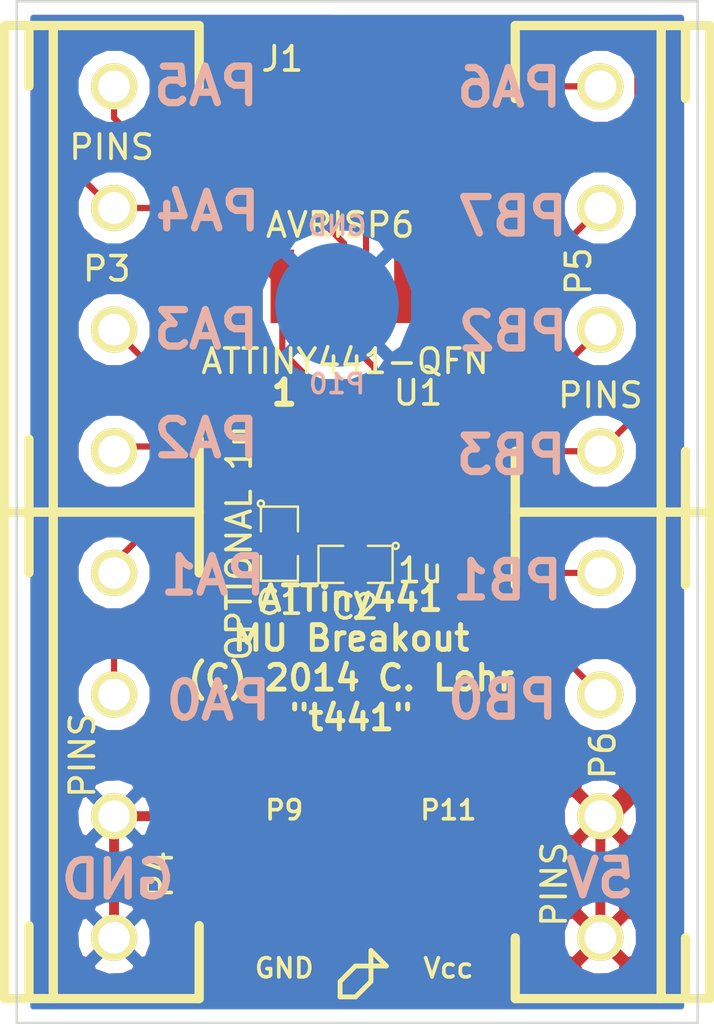
<source format=kicad_pcb>
(kicad_pcb (version 3) (host pcbnew "(2013-jul-07)-stable")

  (general
    (links 30)
    (no_connects 0)
    (area 60.068199 33.949999 89.931801 76.050001)
    (thickness 1.6)
    (drawings 33)
    (tracks 118)
    (zones 0)
    (modules 11)
    (nets 15)
  )

  (page User 139.7 127)
  (layers
    (15 F.Cu signal)
    (0 B.Cu signal)
    (16 B.Adhes user)
    (17 F.Adhes user)
    (18 B.Paste user)
    (19 F.Paste user)
    (20 B.SilkS user)
    (21 F.SilkS user)
    (22 B.Mask user)
    (23 F.Mask user)
    (24 Dwgs.User user)
    (25 Cmts.User user)
    (26 Eco1.User user)
    (27 Eco2.User user)
    (28 Edge.Cuts user)
  )

  (setup
    (last_trace_width 0.254)
    (trace_clearance 0.2413)
    (zone_clearance 0.508)
    (zone_45_only no)
    (trace_min 0.254)
    (segment_width 0.2)
    (edge_width 0.1)
    (via_size 0.889)
    (via_drill 0.635)
    (via_min_size 0.889)
    (via_min_drill 0.508)
    (uvia_size 0.508)
    (uvia_drill 0.127)
    (uvias_allowed no)
    (uvia_min_size 0.508)
    (uvia_min_drill 0.127)
    (pcb_text_width 0.3)
    (pcb_text_size 1.5 1.5)
    (mod_edge_width 0.15)
    (mod_text_size 1 1)
    (mod_text_width 0.15)
    (pad_size 1.5 1.5)
    (pad_drill 0.6)
    (pad_to_mask_clearance 0)
    (aux_axis_origin 0 0)
    (visible_elements FFFFFFBF)
    (pcbplotparams
      (layerselection 284196865)
      (usegerberextensions true)
      (excludeedgelayer true)
      (linewidth 0.150000)
      (plotframeref false)
      (viasonmask false)
      (mode 1)
      (useauxorigin false)
      (hpglpennumber 1)
      (hpglpenspeed 20)
      (hpglpendiameter 15)
      (hpglpenoverlay 2)
      (psnegative false)
      (psa4output false)
      (plotreference true)
      (plotvalue true)
      (plotothertext true)
      (plotinvisibletext false)
      (padsonsilk false)
      (subtractmaskfromsilk false)
      (outputformat 1)
      (mirror false)
      (drillshape 0)
      (scaleselection 1)
      (outputdirectory t441-gerbers))
  )

  (net 0 "")
  (net 1 +5V)
  (net 2 GND)
  (net 3 MISO)
  (net 4 MOSI)
  (net 5 N-000001)
  (net 6 N-0000010)
  (net 7 N-000002)
  (net 8 N-000003)
  (net 9 N-000004)
  (net 10 N-000007)
  (net 11 N-000008)
  (net 12 N-000009)
  (net 13 RST)
  (net 14 SCK)

  (net_class Default "This is the default net class."
    (clearance 0.2413)
    (trace_width 0.254)
    (via_dia 0.889)
    (via_drill 0.635)
    (uvia_dia 0.508)
    (uvia_drill 0.127)
    (add_net "")
    (add_net MISO)
    (add_net MOSI)
    (add_net N-000001)
    (add_net N-0000010)
    (add_net N-000002)
    (add_net N-000003)
    (add_net N-000004)
    (add_net N-000007)
    (add_net N-000008)
    (add_net N-000009)
    (add_net RST)
    (add_net SCK)
  )

  (net_class POWER ""
    (clearance 0.2413)
    (trace_width 0.4064)
    (via_dia 0.889)
    (via_drill 0.635)
    (uvia_dia 0.508)
    (uvia_drill 0.127)
    (add_net +5V)
    (add_net GND)
  )

  (module SM0805 (layer F.Cu) (tedit 54D25A1A) (tstamp 54D25809)
    (at 74.93 57.15 180)
    (path /54D25909)
    (attr smd)
    (fp_text reference C2 (at 0.03 -1.75 180) (layer F.SilkS)
      (effects (font (size 1 1) (thickness 0.15)))
    )
    (fp_text value 1u (at -2.67 -0.25 180) (layer F.SilkS)
      (effects (font (size 1 1) (thickness 0.15)))
    )
    (fp_circle (center -1.651 0.762) (end -1.651 0.635) (layer F.SilkS) (width 0.09906))
    (fp_line (start -0.508 0.762) (end -1.524 0.762) (layer F.SilkS) (width 0.09906))
    (fp_line (start -1.524 0.762) (end -1.524 -0.762) (layer F.SilkS) (width 0.09906))
    (fp_line (start -1.524 -0.762) (end -0.508 -0.762) (layer F.SilkS) (width 0.09906))
    (fp_line (start 0.508 -0.762) (end 1.524 -0.762) (layer F.SilkS) (width 0.09906))
    (fp_line (start 1.524 -0.762) (end 1.524 0.762) (layer F.SilkS) (width 0.09906))
    (fp_line (start 1.524 0.762) (end 0.508 0.762) (layer F.SilkS) (width 0.09906))
    (pad 1 smd rect (at -0.9525 0 180) (size 0.889 1.397)
      (layers F.Cu F.Paste F.Mask)
      (net 1 +5V)
    )
    (pad 2 smd rect (at 0.9525 0 180) (size 0.889 1.397)
      (layers F.Cu F.Paste F.Mask)
      (net 2 GND)
    )
    (model smd/chip_cms.wrl
      (at (xyz 0 0 0))
      (scale (xyz 0.1 0.1 0.1))
      (rotate (xyz 0 0 0))
    )
  )

  (module SM0805 (layer F.Cu) (tedit 54D25E13) (tstamp 54D25816)
    (at 71.8 56.3 270)
    (path /54D25A4E)
    (attr smd)
    (fp_text reference C1 (at 2.4 0 360) (layer F.SilkS)
      (effects (font (size 1 1) (thickness 0.15)))
    )
    (fp_text value "OPTIONAL 1u" (at -0.0263 1.6579 270) (layer F.SilkS)
      (effects (font (size 1 1) (thickness 0.15)))
    )
    (fp_circle (center -1.651 0.762) (end -1.651 0.635) (layer F.SilkS) (width 0.09906))
    (fp_line (start -0.508 0.762) (end -1.524 0.762) (layer F.SilkS) (width 0.09906))
    (fp_line (start -1.524 0.762) (end -1.524 -0.762) (layer F.SilkS) (width 0.09906))
    (fp_line (start -1.524 -0.762) (end -0.508 -0.762) (layer F.SilkS) (width 0.09906))
    (fp_line (start 0.508 -0.762) (end 1.524 -0.762) (layer F.SilkS) (width 0.09906))
    (fp_line (start 1.524 -0.762) (end 1.524 0.762) (layer F.SilkS) (width 0.09906))
    (fp_line (start 1.524 0.762) (end 0.508 0.762) (layer F.SilkS) (width 0.09906))
    (pad 1 smd rect (at -0.9525 0 270) (size 0.889 1.397)
      (layers F.Cu F.Paste F.Mask)
      (net 10 N-000007)
    )
    (pad 2 smd rect (at 0.9525 0 270) (size 0.889 1.397)
      (layers F.Cu F.Paste F.Mask)
      (net 2 GND)
    )
    (model smd/chip_cms.wrl
      (at (xyz 0 0 0))
      (scale (xyz 0.1 0.1 0.1))
      (rotate (xyz 0 0 0))
    )
  )

  (module RIBBON6SMT (layer F.Cu) (tedit 54D259FF) (tstamp 54D25820)
    (at 71.9201 40.1828)
    (path /54D258DD)
    (fp_text reference J1 (at 0 -3.81) (layer F.SilkS)
      (effects (font (size 1 1) (thickness 0.15)))
    )
    (fp_text value AVRISP6 (at 2.3799 3.0172) (layer F.SilkS)
      (effects (font (size 1 1) (thickness 0.15)))
    )
    (pad 2 smd rect (at 0 0) (size 0.9652 3.0226)
      (layers F.Cu F.Paste F.Mask)
      (net 1 +5V)
    )
    (pad 4 smd rect (at 2.54 0) (size 0.9652 3.0226)
      (layers F.Cu F.Paste F.Mask)
      (net 4 MOSI)
    )
    (pad 6 smd rect (at 5.08 0) (size 0.9652 3.0226)
      (layers F.Cu F.Paste F.Mask)
      (net 2 GND)
    )
    (pad 1 smd rect (at 0 5.5372) (size 0.9652 3.0226)
      (layers F.Cu F.Paste F.Mask)
      (net 3 MISO)
    )
    (pad 3 smd rect (at 2.54 5.5372) (size 0.9652 3.0226)
      (layers F.Cu F.Paste F.Mask)
      (net 14 SCK)
    )
    (pad 5 smd rect (at 5.08 5.5372) (size 0.9652 3.0226)
      (layers F.Cu F.Paste F.Mask)
      (net 13 RST)
    )
  )

  (module QFN20 (layer F.Cu) (tedit 54D25A42) (tstamp 54D25839)
    (at 74.71156 52.30368)
    (path /54D2587C)
    (fp_text reference U1 (at 2.78844 -2.20368) (layer F.SilkS)
      (effects (font (size 1 1) (thickness 0.15)))
    )
    (fp_text value ATTINY441-QFN (at -0.21156 -3.50368) (layer F.SilkS)
      (effects (font (size 1 1) (thickness 0.15)))
    )
    (pad 21 smd rect (at 0 0) (size 2.75 2.75)
      (layers F.Cu F.Paste F.Mask)
      (net 2 GND)
    )
    (pad 1 smd rect (at -2.1 -1) (size 0.9 0.25)
      (layers F.Cu F.Paste F.Mask)
      (net 14 SCK)
    )
    (pad 2 smd rect (at -2.1 -0.5) (size 0.9 0.25)
      (layers F.Cu F.Paste F.Mask)
      (net 6 N-0000010)
    )
    (pad 3 smd rect (at -2.1 0) (size 0.9 0.25)
      (layers F.Cu F.Paste F.Mask)
      (net 12 N-000009)
    )
    (pad 4 smd rect (at -2.1 0.5) (size 0.9 0.25)
      (layers F.Cu F.Paste F.Mask)
      (net 11 N-000008)
    )
    (pad 5 smd rect (at -2.1 1) (size 0.9 0.25)
      (layers F.Cu F.Paste F.Mask)
      (net 10 N-000007)
    )
    (pad 6 smd rect (at -1 2.1 90) (size 0.9 0.25)
      (layers F.Cu F.Paste F.Mask)
    )
    (pad 7 smd rect (at -0.5 2.1 90) (size 0.9 0.25)
      (layers F.Cu F.Paste F.Mask)
    )
    (pad 8 smd rect (at 0 2.1 90) (size 0.9 0.25)
      (layers F.Cu F.Paste F.Mask)
      (net 2 GND)
    )
    (pad 9 smd rect (at 0.5 2.1 90) (size 0.9 0.25)
      (layers F.Cu F.Paste F.Mask)
      (net 1 +5V)
    )
    (pad 10 smd rect (at 1 2.1 90) (size 0.9 0.25)
      (layers F.Cu F.Paste F.Mask)
    )
    (pad 11 smd rect (at 2.1 1 180) (size 0.9 0.25)
      (layers F.Cu F.Paste F.Mask)
      (net 7 N-000002)
    )
    (pad 12 smd rect (at 2.1 0.5 180) (size 0.9 0.25)
      (layers F.Cu F.Paste F.Mask)
      (net 8 N-000003)
    )
    (pad 13 smd rect (at 2.1 0 180) (size 0.9 0.25)
      (layers F.Cu F.Paste F.Mask)
      (net 13 RST)
    )
    (pad 14 smd rect (at 2.1 -0.5 180) (size 0.9 0.25)
      (layers F.Cu F.Paste F.Mask)
      (net 5 N-000001)
    )
    (pad 15 smd rect (at 2.1 -1 180) (size 0.9 0.25)
      (layers F.Cu F.Paste F.Mask)
      (net 9 N-000004)
    )
    (pad 16 smd rect (at 1 -2.1 270) (size 0.9 0.25)
      (layers F.Cu F.Paste F.Mask)
      (net 4 MOSI)
    )
    (pad 17 smd rect (at 0.5 -2.1 270) (size 0.9 0.25)
      (layers F.Cu F.Paste F.Mask)
    )
    (pad 18 smd rect (at 0 -2.1 270) (size 0.9 0.25)
      (layers F.Cu F.Paste F.Mask)
    )
    (pad 19 smd rect (at -0.5 -2.1 270) (size 0.9 0.25)
      (layers F.Cu F.Paste F.Mask)
    )
    (pad 20 smd rect (at -1 -2.1 270) (size 0.9 0.25)
      (layers F.Cu F.Paste F.Mask)
      (net 3 MISO)
    )
  )

  (module PHOENIX1935187 (layer F.Cu) (tedit 54D25A28) (tstamp 54D25849)
    (at 65 45 270)
    (path /54D258B3)
    (fp_text reference P3 (at 0 0.3 360) (layer F.SilkS)
      (effects (font (size 1 1) (thickness 0.15)))
    )
    (fp_text value PINS (at -5 0.1 360) (layer F.SilkS)
      (effects (font (size 1 1) (thickness 0.15)))
    )
    (fp_line (start -10 -3.5) (end -10 4.5) (layer F.SilkS) (width 0.381))
    (fp_line (start 10 -3.5) (end 10 4.5) (layer F.SilkS) (width 0.381))
    (fp_line (start 10 4.5) (end -10 4.5) (layer F.SilkS) (width 0.381))
    (fp_line (start -10 2.5) (end 10 2.5) (layer F.SilkS) (width 0.381))
    (fp_line (start 7 -3.5) (end 10 -3.5) (layer F.SilkS) (width 0.381))
    (fp_line (start 10 3.5) (end 7 3.5) (layer F.SilkS) (width 0.381))
    (fp_line (start -7.5 -3.5) (end -10 -3.5) (layer F.SilkS) (width 0.381))
    (fp_line (start -10 3.5) (end -7.5 3.5) (layer F.SilkS) (width 0.381))
    (pad 1 thru_hole circle (at -7.5 0 270) (size 1.9 1.9) (drill 1.3)
      (layers *.Cu *.Mask F.SilkS)
      (net 3 MISO)
    )
    (pad 2 thru_hole circle (at -2.5 0 270) (size 1.9 1.9) (drill 1.3)
      (layers *.Cu *.Mask F.SilkS)
      (net 14 SCK)
    )
    (pad 3 thru_hole circle (at 2.5 0 270) (size 1.9 1.9) (drill 1.3)
      (layers *.Cu *.Mask F.SilkS)
      (net 6 N-0000010)
    )
    (pad 4 thru_hole circle (at 7.5 0 270) (size 1.9 1.9) (drill 1.3)
      (layers *.Cu *.Mask F.SilkS)
      (net 12 N-000009)
    )
  )

  (module PHOENIX1935187 (layer F.Cu) (tedit 54D25A22) (tstamp 54D25859)
    (at 65 65 270)
    (path /54D259B3)
    (fp_text reference P4 (at 4.9 -1.9 270) (layer F.SilkS)
      (effects (font (size 1 1) (thickness 0.15)))
    )
    (fp_text value PINS (at 0 1.3 270) (layer F.SilkS)
      (effects (font (size 1 1) (thickness 0.15)))
    )
    (fp_line (start -10 -3.5) (end -10 4.5) (layer F.SilkS) (width 0.381))
    (fp_line (start 10 -3.5) (end 10 4.5) (layer F.SilkS) (width 0.381))
    (fp_line (start 10 4.5) (end -10 4.5) (layer F.SilkS) (width 0.381))
    (fp_line (start -10 2.5) (end 10 2.5) (layer F.SilkS) (width 0.381))
    (fp_line (start 7 -3.5) (end 10 -3.5) (layer F.SilkS) (width 0.381))
    (fp_line (start 10 3.5) (end 7 3.5) (layer F.SilkS) (width 0.381))
    (fp_line (start -7.5 -3.5) (end -10 -3.5) (layer F.SilkS) (width 0.381))
    (fp_line (start -10 3.5) (end -7.5 3.5) (layer F.SilkS) (width 0.381))
    (pad 1 thru_hole circle (at -7.5 0 270) (size 1.9 1.9) (drill 1.3)
      (layers *.Cu *.Mask F.SilkS)
      (net 11 N-000008)
    )
    (pad 2 thru_hole circle (at -2.5 0 270) (size 1.9 1.9) (drill 1.3)
      (layers *.Cu *.Mask F.SilkS)
      (net 10 N-000007)
    )
    (pad 3 thru_hole circle (at 2.5 0 270) (size 1.9 1.9) (drill 1.3)
      (layers *.Cu *.Mask F.SilkS)
      (net 2 GND)
    )
    (pad 4 thru_hole circle (at 7.5 0 270) (size 1.9 1.9) (drill 1.3)
      (layers *.Cu *.Mask F.SilkS)
      (net 2 GND)
    )
  )

  (module PHOENIX1935187 (layer F.Cu) (tedit 54D25A2D) (tstamp 54D25869)
    (at 85 45 90)
    (path /54D259C3)
    (fp_text reference P5 (at -0.1 -0.9 90) (layer F.SilkS)
      (effects (font (size 1 1) (thickness 0.15)))
    )
    (fp_text value PINS (at -5.2 0 180) (layer F.SilkS)
      (effects (font (size 1 1) (thickness 0.15)))
    )
    (fp_line (start -10 -3.5) (end -10 4.5) (layer F.SilkS) (width 0.381))
    (fp_line (start 10 -3.5) (end 10 4.5) (layer F.SilkS) (width 0.381))
    (fp_line (start 10 4.5) (end -10 4.5) (layer F.SilkS) (width 0.381))
    (fp_line (start -10 2.5) (end 10 2.5) (layer F.SilkS) (width 0.381))
    (fp_line (start 7 -3.5) (end 10 -3.5) (layer F.SilkS) (width 0.381))
    (fp_line (start 10 3.5) (end 7 3.5) (layer F.SilkS) (width 0.381))
    (fp_line (start -7.5 -3.5) (end -10 -3.5) (layer F.SilkS) (width 0.381))
    (fp_line (start -10 3.5) (end -7.5 3.5) (layer F.SilkS) (width 0.381))
    (pad 1 thru_hole circle (at -7.5 0 90) (size 1.9 1.9) (drill 1.3)
      (layers *.Cu *.Mask F.SilkS)
      (net 13 RST)
    )
    (pad 2 thru_hole circle (at -2.5 0 90) (size 1.9 1.9) (drill 1.3)
      (layers *.Cu *.Mask F.SilkS)
      (net 5 N-000001)
    )
    (pad 3 thru_hole circle (at 2.5 0 90) (size 1.9 1.9) (drill 1.3)
      (layers *.Cu *.Mask F.SilkS)
      (net 9 N-000004)
    )
    (pad 4 thru_hole circle (at 7.5 0 90) (size 1.9 1.9) (drill 1.3)
      (layers *.Cu *.Mask F.SilkS)
      (net 4 MOSI)
    )
  )

  (module PHOENIX1935187 (layer F.Cu) (tedit 54D25A20) (tstamp 54D25879)
    (at 85 65 90)
    (path /54D259D3)
    (fp_text reference P6 (at 0 0.1 90) (layer F.SilkS)
      (effects (font (size 1 1) (thickness 0.15)))
    )
    (fp_text value PINS (at -5.3 -1.9 90) (layer F.SilkS)
      (effects (font (size 1 1) (thickness 0.15)))
    )
    (fp_line (start -10 -3.5) (end -10 4.5) (layer F.SilkS) (width 0.381))
    (fp_line (start 10 -3.5) (end 10 4.5) (layer F.SilkS) (width 0.381))
    (fp_line (start 10 4.5) (end -10 4.5) (layer F.SilkS) (width 0.381))
    (fp_line (start -10 2.5) (end 10 2.5) (layer F.SilkS) (width 0.381))
    (fp_line (start 7 -3.5) (end 10 -3.5) (layer F.SilkS) (width 0.381))
    (fp_line (start 10 3.5) (end 7 3.5) (layer F.SilkS) (width 0.381))
    (fp_line (start -7.5 -3.5) (end -10 -3.5) (layer F.SilkS) (width 0.381))
    (fp_line (start -10 3.5) (end -7.5 3.5) (layer F.SilkS) (width 0.381))
    (pad 1 thru_hole circle (at -7.5 0 90) (size 1.9 1.9) (drill 1.3)
      (layers *.Cu *.Mask F.SilkS)
      (net 1 +5V)
    )
    (pad 2 thru_hole circle (at -2.5 0 90) (size 1.9 1.9) (drill 1.3)
      (layers *.Cu *.Mask F.SilkS)
      (net 1 +5V)
    )
    (pad 3 thru_hole circle (at 2.5 0 90) (size 1.9 1.9) (drill 1.3)
      (layers *.Cu *.Mask F.SilkS)
      (net 7 N-000002)
    )
    (pad 4 thru_hole circle (at 7.5 0 90) (size 1.9 1.9) (drill 1.3)
      (layers *.Cu *.Mask F.SilkS)
      (net 8 N-000003)
    )
  )

  (module .2SMTPIN (layer F.Cu) (tedit 5318FD27) (tstamp 54D25D54)
    (at 78.75 70.5)
    (path /54D2611E)
    (fp_text reference P11 (at 0 -3.25) (layer F.SilkS)
      (effects (font (size 0.7874 0.7874) (thickness 0.15)))
    )
    (fp_text value Vcc (at 0 3.25) (layer F.SilkS)
      (effects (font (size 0.7874 0.7874) (thickness 0.15)))
    )
    (pad 1 smd circle (at 0 0) (size 5.08 5.08)
      (layers F.Cu F.Paste F.Mask)
      (net 1 +5V)
    )
  )

  (module .2SMTPIN (layer F.Cu) (tedit 5318FD27) (tstamp 54D25DAC)
    (at 72 70.5)
    (path /54D2618F)
    (fp_text reference P9 (at 0 -3.25) (layer F.SilkS)
      (effects (font (size 0.7874 0.7874) (thickness 0.15)))
    )
    (fp_text value GND (at 0 3.25) (layer F.SilkS)
      (effects (font (size 0.7874 0.7874) (thickness 0.15)))
    )
    (pad 1 smd circle (at 0 0) (size 5.08 5.08)
      (layers F.Cu F.Paste F.Mask)
      (net 2 GND)
    )
  )

  (module .2SMTPIN (layer B.Cu) (tedit 5318FD27) (tstamp 54D25DA6)
    (at 74.168 46.482)
    (path /54D26195)
    (fp_text reference P10 (at 0 3.25) (layer B.SilkS)
      (effects (font (size 0.7874 0.7874) (thickness 0.15)) (justify mirror))
    )
    (fp_text value GND (at 0 -3.25) (layer B.SilkS)
      (effects (font (size 0.7874 0.7874) (thickness 0.15)) (justify mirror))
    )
    (pad 1 smd circle (at 0 0) (size 5.08 5.08)
      (layers B.Cu B.Paste B.Mask)
      (net 2 GND)
    )
  )

  (gr_text "ATTiny441\nMU Breakout\n(C) 2014 C. Lohr\n\"t441\"" (at 74.75 61) (layer F.SilkS)
    (effects (font (size 1.016 1.016) (thickness 0.2032)))
  )
  (gr_line (start 74.93 74.93) (end 74.295 74.93) (angle 90) (layer F.SilkS) (width 0.2))
  (gr_line (start 75.565 74.295) (end 74.93 74.93) (angle 90) (layer F.SilkS) (width 0.2))
  (gr_line (start 75.565 73.66) (end 75.565 74.295) (angle 90) (layer F.SilkS) (width 0.2))
  (gr_line (start 75.565 73.025) (end 75.565 73.66) (angle 90) (layer F.SilkS) (width 0.2))
  (gr_line (start 76.2 73.66) (end 75.565 73.025) (angle 90) (layer F.SilkS) (width 0.2))
  (gr_line (start 75.565 73.66) (end 76.2 73.66) (angle 90) (layer F.SilkS) (width 0.2))
  (gr_line (start 75.565 73.025) (end 75.565 73.66) (angle 90) (layer F.SilkS) (width 0.2))
  (gr_line (start 75.565 73.66) (end 75.565 73.025) (angle 90) (layer F.SilkS) (width 0.2))
  (gr_line (start 74.93 73.66) (end 75.565 73.66) (angle 90) (layer F.SilkS) (width 0.2))
  (gr_line (start 74.295 74.295) (end 74.93 73.66) (angle 90) (layer F.SilkS) (width 0.2))
  (gr_line (start 74.295 74.93) (end 74.295 74.295) (angle 90) (layer F.SilkS) (width 0.2))
  (gr_text PA6 (at 81.24952 37.55136) (layer B.SilkS)
    (effects (font (size 1.5 1.5) (thickness 0.3)) (justify mirror))
  )
  (gr_text PB7 (at 81.3816 42.8498) (layer B.SilkS)
    (effects (font (size 1.5 1.5) (thickness 0.3)) (justify mirror))
  )
  (gr_text PB2 (at 81.407 47.5742) (layer B.SilkS)
    (effects (font (size 1.5 1.5) (thickness 0.3)) (justify mirror))
  )
  (gr_text PB3 (at 81.3308 52.6542) (layer B.SilkS)
    (effects (font (size 1.5 1.5) (thickness 0.3)) (justify mirror))
  )
  (gr_text PB1 (at 81.1784 57.8104) (layer B.SilkS)
    (effects (font (size 1.5 1.5) (thickness 0.3)) (justify mirror))
  )
  (gr_text PB0 (at 80.9752 62.7126) (layer B.SilkS)
    (effects (font (size 1.5 1.5) (thickness 0.3)) (justify mirror))
  )
  (gr_text 5V (at 84.9884 70.0532) (layer B.SilkS)
    (effects (font (size 1.5 1.5) (thickness 0.3)) (justify mirror))
  )
  (gr_text GND (at 65.151 70.104) (layer B.SilkS)
    (effects (font (size 1.5 1.5) (thickness 0.3)) (justify mirror))
  )
  (gr_text PA0 (at 69.2912 62.75324) (layer B.SilkS)
    (effects (font (size 1.5 1.5) (thickness 0.3)) (justify mirror))
  )
  (gr_text PA1 (at 69.06768 57.61228) (layer B.SilkS)
    (effects (font (size 1.5 1.5) (thickness 0.3)) (justify mirror))
  )
  (gr_text PA2 (at 68.78828 51.9684) (layer B.SilkS)
    (effects (font (size 1.5 1.5) (thickness 0.3)) (justify mirror))
  )
  (gr_text PA3 (at 68.78828 47.498) (layer B.SilkS)
    (effects (font (size 1.5 1.5) (thickness 0.3)) (justify mirror))
  )
  (gr_text PA4 (at 68.84416 42.63644) (layer B.SilkS)
    (effects (font (size 1.5 1.5) (thickness 0.3)) (justify mirror))
  )
  (gr_text PA5 (at 68.7832 37.4904) (layer B.SilkS)
    (effects (font (size 1.5 1.5) (thickness 0.3)) (justify mirror))
  )
  (gr_line (start 61 76) (end 61 75) (angle 90) (layer Edge.Cuts) (width 0.1))
  (gr_line (start 89 76) (end 61 76) (angle 90) (layer Edge.Cuts) (width 0.1))
  (gr_line (start 89 34) (end 89 76) (angle 90) (layer Edge.Cuts) (width 0.1))
  (gr_line (start 61 34) (end 89 34) (angle 90) (layer Edge.Cuts) (width 0.1))
  (gr_line (start 61 75) (end 61 34) (angle 90) (layer Edge.Cuts) (width 0.1))
  (gr_text 1 (at 72 50.1) (layer F.SilkS)
    (effects (font (size 1 1) (thickness 0.25)))
  )
  (gr_text 1 (at 72 50.1) (layer F.Cu)
    (effects (font (size 1 1) (thickness 0.25)))
  )

  (segment (start 78.62316 70.46468) (end 82.96468 70.46468) (width 0.4064) (layer F.Cu) (net 1))
  (segment (start 82.96468 70.46468) (end 85 72.5) (width 0.4064) (layer F.Cu) (net 1) (tstamp 54D25DDC))
  (segment (start 87.8 37) (end 87.8 36.4) (width 0.4064) (layer F.Cu) (net 1))
  (segment (start 85.6 67.5) (end 87.8 65.3) (width 0.4064) (layer F.Cu) (net 1) (tstamp 54D25AD3))
  (segment (start 87.8 65.3) (end 87.8 37) (width 0.4064) (layer F.Cu) (net 1) (tstamp 54D25AD4))
  (segment (start 85 67.5) (end 85.6 67.5) (width 0.4064) (layer F.Cu) (net 1))
  (segment (start 72 40.1029) (end 71.9201 40.1828) (width 0.4064) (layer F.Cu) (net 1) (tstamp 54D25B01))
  (segment (start 72 37.8) (end 72 40.1029) (width 0.4064) (layer F.Cu) (net 1) (tstamp 54D25B00))
  (segment (start 74.9 34.9) (end 72 37.8) (width 0.4064) (layer F.Cu) (net 1) (tstamp 54D25AFE))
  (segment (start 86.3 34.9) (end 74.9 34.9) (width 0.4064) (layer F.Cu) (net 1) (tstamp 54D25AFC))
  (segment (start 87.8 36.4) (end 86.3 34.9) (width 0.4064) (layer F.Cu) (net 1) (tstamp 54D25AFB))
  (segment (start 85 67.5) (end 85 72.5) (width 0.4064) (layer F.Cu) (net 1))
  (segment (start 75.8825 57.15) (end 75.8825 58.3825) (width 0.4064) (layer F.Cu) (net 1))
  (segment (start 75.8825 58.3825) (end 85 67.5) (width 0.4064) (layer F.Cu) (net 1) (tstamp 54D25A9D))
  (segment (start 75.21156 54.40368) (end 75.21156 55.47576) (width 0.254) (layer F.Cu) (net 1))
  (segment (start 75.8825 56.1467) (end 75.8825 57.15) (width 0.4064) (layer F.Cu) (net 1) (tstamp 54D259A8))
  (segment (start 75.21156 55.47576) (end 75.8825 56.1467) (width 0.254) (layer F.Cu) (net 1) (tstamp 54D259A7))
  (segment (start 71.755 70.358) (end 71.1962 70.358) (width 0.4064) (layer F.Cu) (net 2))
  (segment (start 71.1962 70.358) (end 68.3382 67.5) (width 0.4064) (layer F.Cu) (net 2) (tstamp 54D25DD7))
  (segment (start 74.71156 54.40368) (end 74.71156 52.30368) (width 0.254) (layer F.Cu) (net 2))
  (segment (start 77.0001 40.1828) (end 82.6172 40.1828) (width 0.4064) (layer F.Cu) (net 2))
  (segment (start 62.6 65.1) (end 65 67.5) (width 0.4064) (layer F.Cu) (net 2) (tstamp 54D25AF7))
  (segment (start 62.6 35.6) (end 62.6 65.1) (width 0.4064) (layer F.Cu) (net 2) (tstamp 54D25AF6))
  (segment (start 63.3 34.9) (end 62.6 35.6) (width 0.4064) (layer F.Cu) (net 2) (tstamp 54D25AF5))
  (segment (start 67.1 34.9) (end 63.3 34.9) (width 0.4064) (layer F.Cu) (net 2) (tstamp 54D25AF3))
  (segment (start 68.5 36.3) (end 67.1 34.9) (width 0.4064) (layer F.Cu) (net 2) (tstamp 54D25AF1))
  (segment (start 68.5 39.4) (end 68.5 36.3) (width 0.4064) (layer F.Cu) (net 2) (tstamp 54D25AEF))
  (segment (start 71.6 42.5) (end 68.5 39.4) (width 0.4064) (layer F.Cu) (net 2) (tstamp 54D25AEE))
  (segment (start 72.7 42.5) (end 71.6 42.5) (width 0.4064) (layer F.Cu) (net 2) (tstamp 54D25AED))
  (segment (start 73.3 41.9) (end 72.7 42.5) (width 0.4064) (layer F.Cu) (net 2) (tstamp 54D25AEC))
  (segment (start 73.3 37.7) (end 73.3 41.9) (width 0.4064) (layer F.Cu) (net 2) (tstamp 54D25AEA))
  (segment (start 75.3 35.7) (end 73.3 37.7) (width 0.4064) (layer F.Cu) (net 2) (tstamp 54D25AE8))
  (segment (start 85.9 35.7) (end 75.3 35.7) (width 0.4064) (layer F.Cu) (net 2) (tstamp 54D25AE7))
  (segment (start 86.6 36.4) (end 85.9 35.7) (width 0.4064) (layer F.Cu) (net 2) (tstamp 54D25AE6))
  (segment (start 86.6 38.9) (end 86.6 36.4) (width 0.4064) (layer F.Cu) (net 2) (tstamp 54D25AE5))
  (segment (start 86.2 39.3) (end 86.6 38.9) (width 0.4064) (layer F.Cu) (net 2) (tstamp 54D25AE4))
  (segment (start 83.5 39.3) (end 86.2 39.3) (width 0.4064) (layer F.Cu) (net 2) (tstamp 54D25AE3))
  (segment (start 82.6172 40.1828) (end 83.5 39.3) (width 0.4064) (layer F.Cu) (net 2) (tstamp 54D25AE2))
  (segment (start 65 67.5) (end 65 72.5) (width 0.4064) (layer F.Cu) (net 2))
  (segment (start 71.8 57.2525) (end 71.8 64.1) (width 0.4064) (layer F.Cu) (net 2))
  (segment (start 68.4 67.5) (end 68.3382 67.5) (width 0.4064) (layer F.Cu) (net 2) (tstamp 54D25AA8))
  (segment (start 68.3382 67.5) (end 65 67.5) (width 0.4064) (layer F.Cu) (net 2) (tstamp 54D25DDA))
  (segment (start 71.8 64.1) (end 68.4 67.5) (width 0.4064) (layer F.Cu) (net 2) (tstamp 54D25AA6))
  (segment (start 73.9775 57.15) (end 71.9025 57.15) (width 0.4064) (layer F.Cu) (net 2))
  (segment (start 71.9025 57.15) (end 71.8 57.2525) (width 0.4064) (layer F.Cu) (net 2) (tstamp 54D25AA3))
  (segment (start 73.9775 57.15) (end 73.9775 56.20766) (width 0.4064) (layer F.Cu) (net 2))
  (segment (start 74.71156 55.4736) (end 74.71156 54.40368) (width 0.254) (layer F.Cu) (net 2) (tstamp 54D259A4))
  (segment (start 73.9775 56.20766) (end 74.71156 55.4736) (width 0.254) (layer F.Cu) (net 2) (tstamp 54D259A3))
  (segment (start 65 37.5) (end 65 38.7999) (width 0.254) (layer F.Cu) (net 3))
  (segment (start 65 38.7999) (end 71.9201 45.72) (width 0.254) (layer F.Cu) (net 3) (tstamp 54D25AB3))
  (segment (start 73.71156 50.20368) (end 73.71138 50.20368) (width 0.254) (layer F.Cu) (net 3))
  (segment (start 71.9201 48.4124) (end 71.9201 45.72) (width 0.254) (layer F.Cu) (net 3) (tstamp 54D258CA))
  (segment (start 73.71138 50.20368) (end 71.9201 48.4124) (width 0.254) (layer F.Cu) (net 3) (tstamp 54D258C9))
  (segment (start 74.4601 40.1828) (end 74.4601 38.4399) (width 0.254) (layer F.Cu) (net 4))
  (segment (start 75.4 37.5) (end 85 37.5) (width 0.254) (layer F.Cu) (net 4) (tstamp 54D25A65))
  (segment (start 74.4601 38.4399) (end 75.4 37.5) (width 0.254) (layer F.Cu) (net 4) (tstamp 54D25A64))
  (segment (start 75.71156 50.20368) (end 75.71156 49.06696) (width 0.254) (layer F.Cu) (net 4))
  (segment (start 75.3618 41.0845) (end 74.4601 40.1828) (width 0.254) (layer F.Cu) (net 4) (tstamp 54D258E7))
  (segment (start 75.3618 48.7172) (end 75.3618 41.0845) (width 0.254) (layer F.Cu) (net 4) (tstamp 54D258E6))
  (segment (start 75.71156 49.06696) (end 75.3618 48.7172) (width 0.254) (layer F.Cu) (net 4) (tstamp 54D258E5))
  (segment (start 76.81156 51.80368) (end 80.69632 51.80368) (width 0.254) (layer F.Cu) (net 5))
  (segment (start 80.69632 51.80368) (end 85 47.5) (width 0.254) (layer F.Cu) (net 5) (tstamp 54D25A78))
  (segment (start 72.61156 51.80368) (end 69.30368 51.80368) (width 0.254) (layer F.Cu) (net 6))
  (segment (start 69.30368 51.80368) (end 65 47.5) (width 0.254) (layer F.Cu) (net 6) (tstamp 54D25A45))
  (segment (start 76.81156 53.30368) (end 77.70368 53.30368) (width 0.254) (layer F.Cu) (net 7))
  (segment (start 79.7 57.2) (end 85 62.5) (width 0.254) (layer F.Cu) (net 7) (tstamp 54D25A99))
  (segment (start 79.7 55.3) (end 79.7 57.2) (width 0.254) (layer F.Cu) (net 7) (tstamp 54D25A97))
  (segment (start 77.70368 53.30368) (end 79.7 55.3) (width 0.254) (layer F.Cu) (net 7) (tstamp 54D25A96))
  (segment (start 76.81156 52.80368) (end 78.00368 52.80368) (width 0.254) (layer F.Cu) (net 8))
  (segment (start 82.7 57.5) (end 85 57.5) (width 0.254) (layer F.Cu) (net 8) (tstamp 54D25A92))
  (segment (start 78.00368 52.80368) (end 82.7 57.5) (width 0.254) (layer F.Cu) (net 8) (tstamp 54D25A90))
  (segment (start 76.81156 51.30368) (end 77.69632 51.30368) (width 0.254) (layer F.Cu) (net 9))
  (segment (start 82.3 45.2) (end 85 42.5) (width 0.254) (layer F.Cu) (net 9) (tstamp 54D25A7E))
  (segment (start 82.3 46.7) (end 82.3 45.2) (width 0.254) (layer F.Cu) (net 9) (tstamp 54D25A7D))
  (segment (start 77.69632 51.30368) (end 82.3 46.7) (width 0.254) (layer F.Cu) (net 9) (tstamp 54D25A7C))
  (segment (start 71.1 54.6475) (end 71.1 54.9) (width 0.254) (layer F.Cu) (net 10))
  (segment (start 65 61) (end 65 62.5) (width 0.254) (layer F.Cu) (net 10) (tstamp 54D25A39))
  (segment (start 71.1 54.9) (end 65 61) (width 0.254) (layer F.Cu) (net 10) (tstamp 54D25A38))
  (segment (start 72.61156 53.30368) (end 71.49632 53.30368) (width 0.254) (layer F.Cu) (net 10))
  (segment (start 71.1 54.6475) (end 71.8 55.3475) (width 0.254) (layer F.Cu) (net 10) (tstamp 54D25A35))
  (segment (start 71.1 53.7) (end 71.1 54.6475) (width 0.254) (layer F.Cu) (net 10) (tstamp 54D25A34))
  (segment (start 71.49632 53.30368) (end 71.1 53.7) (width 0.254) (layer F.Cu) (net 10) (tstamp 54D25A33))
  (segment (start 65 57.5) (end 65 57.1) (width 0.254) (layer F.Cu) (net 11))
  (segment (start 72.61156 52.808378) (end 72.61156 52.80368) (width 0.254) (layer F.Cu) (net 11) (tstamp 54D25A41))
  (segment (start 69.291622 52.808378) (end 72.61156 52.808378) (width 0.254) (layer F.Cu) (net 11) (tstamp 54D25A3E))
  (segment (start 65 57.1) (end 69.291622 52.808378) (width 0.254) (layer F.Cu) (net 11) (tstamp 54D25A3D))
  (segment (start 72.61156 52.30368) (end 65.19632 52.30368) (width 0.254) (layer F.Cu) (net 12))
  (segment (start 65.19632 52.30368) (end 65 52.5) (width 0.254) (layer F.Cu) (net 12) (tstamp 54D25A42))
  (segment (start 77.0001 45.72) (end 78.88 45.72) (width 0.254) (layer F.Cu) (net 13))
  (segment (start 87.2 50.3) (end 85 52.5) (width 0.254) (layer F.Cu) (net 13) (tstamp 54D25ACF))
  (segment (start 87.2 41.8) (end 87.2 50.3) (width 0.254) (layer F.Cu) (net 13) (tstamp 54D25ACD))
  (segment (start 86 40.6) (end 87.2 41.8) (width 0.254) (layer F.Cu) (net 13) (tstamp 54D25ACB))
  (segment (start 84 40.6) (end 86 40.6) (width 0.254) (layer F.Cu) (net 13) (tstamp 54D25AC9))
  (segment (start 78.88 45.72) (end 84 40.6) (width 0.254) (layer F.Cu) (net 13) (tstamp 54D25AC7))
  (segment (start 85 52.5) (end 79.301018 52.5) (width 0.254) (layer F.Cu) (net 13))
  (segment (start 79.104698 52.30368) (end 76.81156 52.30368) (width 0.254) (layer F.Cu) (net 13) (tstamp 54D25A83))
  (segment (start 79.301018 52.5) (end 79.104698 52.30368) (width 0.254) (layer F.Cu) (net 13) (tstamp 54D25A82))
  (segment (start 65 42.5) (end 64.9 42.5) (width 0.254) (layer F.Cu) (net 14))
  (segment (start 74.4601 43.9601) (end 74.4601 45.72) (width 0.254) (layer F.Cu) (net 14) (tstamp 54D25AC4))
  (segment (start 73.7 43.2) (end 74.4601 43.9601) (width 0.254) (layer F.Cu) (net 14) (tstamp 54D25AC3))
  (segment (start 71.2 43.2) (end 73.7 43.2) (width 0.254) (layer F.Cu) (net 14) (tstamp 54D25AC1))
  (segment (start 67.3 39.3) (end 71.2 43.2) (width 0.254) (layer F.Cu) (net 14) (tstamp 54D25ABF))
  (segment (start 67.3 36.4) (end 67.3 39.3) (width 0.254) (layer F.Cu) (net 14) (tstamp 54D25ABE))
  (segment (start 66.4 35.5) (end 67.3 36.4) (width 0.254) (layer F.Cu) (net 14) (tstamp 54D25ABC))
  (segment (start 63.6 35.5) (end 66.4 35.5) (width 0.254) (layer F.Cu) (net 14) (tstamp 54D25ABB))
  (segment (start 63.2 35.9) (end 63.6 35.5) (width 0.254) (layer F.Cu) (net 14) (tstamp 54D25ABA))
  (segment (start 63.2 40.8) (end 63.2 35.9) (width 0.254) (layer F.Cu) (net 14) (tstamp 54D25AB8))
  (segment (start 64.9 42.5) (end 63.2 40.8) (width 0.254) (layer F.Cu) (net 14) (tstamp 54D25AB7))
  (segment (start 65 42.5) (end 67.5 42.5) (width 0.254) (layer F.Cu) (net 14))
  (segment (start 70.2 45.1) (end 70.2945 45.1) (width 0.254) (layer F.Cu) (net 14) (tstamp 54D25A4D))
  (segment (start 70.2945 45.1945) (end 70.2 45.1) (width 0.254) (layer F.Cu) (net 14) (tstamp 54D25A4C))
  (segment (start 70.2945 45.2945) (end 70.2945 45.1945) (width 0.254) (layer F.Cu) (net 14) (tstamp 54D25A4B))
  (segment (start 67.5 42.5) (end 70.2945 45.2945) (width 0.254) (layer F.Cu) (net 14) (tstamp 54D25A49))
  (segment (start 70.2945 45.1) (end 70.2945 48.7445) (width 0.254) (layer F.Cu) (net 14) (tstamp 54D25A4E))
  (segment (start 70.2945 48.7445) (end 70.89648 49.34648) (width 0.254) (layer F.Cu) (net 14) (tstamp 54D259B3))
  (segment (start 72.61156 51.30368) (end 71.32142 51.30368) (width 0.254) (layer F.Cu) (net 14))
  (segment (start 71.32142 51.30368) (end 70.89648 50.87874) (width 0.254) (layer F.Cu) (net 14) (tstamp 54D259AD))
  (segment (start 70.89648 50.87874) (end 70.89648 49.34648) (width 0.254) (layer F.Cu) (net 14) (tstamp 54D259AE))

  (zone (net 2) (net_name GND) (layer F.Cu) (tstamp 54D25D26) (hatch edge 0.508)
    (connect_pads (clearance 0.508))
    (min_thickness 0.254)
    (fill (arc_segments 16) (thermal_gap 0.508) (thermal_bridge_width 0.508))
    (polygon
      (pts
        (xy 86.5 52) (xy 86.5 34) (xy 61 34) (xy 61 76) (xy 75 76)
        (xy 75 52)
      )
    )
    (filled_polygon
      (pts
        (xy 74.85856 52.43068) (xy 74.83856 52.43068) (xy 74.83856 52.45068) (xy 74.58456 52.45068) (xy 74.58456 52.43068)
        (xy 74.56456 52.43068) (xy 74.56456 52.17668) (xy 74.58456 52.17668) (xy 74.58456 52.15668) (xy 74.83856 52.15668)
        (xy 74.83856 52.17668) (xy 74.85856 52.17668) (xy 74.85856 52.43068)
      )
    )
    (filled_polygon
      (pts
        (xy 74.873 75.315) (xy 73.840138 75.315) (xy 73.840138 72.622743) (xy 71.755 70.537605) (xy 71.575395 70.71721)
        (xy 71.575395 70.358) (xy 69.490257 68.272862) (xy 69.063418 68.559431) (xy 68.58002 69.726363) (xy 68.579984 70.989456)
        (xy 69.063315 72.156415) (xy 69.063418 72.156569) (xy 69.490257 72.443138) (xy 71.575395 70.358) (xy 71.575395 70.71721)
        (xy 69.669862 72.622743) (xy 69.956431 73.049582) (xy 71.123363 73.53298) (xy 72.386456 73.533016) (xy 73.553415 73.049685)
        (xy 73.553569 73.049582) (xy 73.840138 72.622743) (xy 73.840138 75.315) (xy 66.596187 75.315) (xy 66.596187 72.752602)
        (xy 66.596187 67.752602) (xy 66.571351 67.122539) (xy 66.378018 66.655792) (xy 66.116349 66.563256) (xy 65.936744 66.742861)
        (xy 65.936744 66.383651) (xy 65.844208 66.121982) (xy 65.252602 65.903813) (xy 64.622539 65.928649) (xy 64.155792 66.121982)
        (xy 64.063256 66.383651) (xy 65 67.320395) (xy 65.936744 66.383651) (xy 65.936744 66.742861) (xy 65.179605 67.5)
        (xy 66.116349 68.436744) (xy 66.378018 68.344208) (xy 66.596187 67.752602) (xy 66.596187 72.752602) (xy 66.571351 72.122539)
        (xy 66.378018 71.655792) (xy 66.116349 71.563256) (xy 65.936744 71.742861) (xy 65.936744 71.383651) (xy 65.936744 68.616349)
        (xy 65 67.679605) (xy 64.820395 67.85921) (xy 64.820395 67.5) (xy 63.883651 66.563256) (xy 63.621982 66.655792)
        (xy 63.403813 67.247398) (xy 63.428649 67.877461) (xy 63.621982 68.344208) (xy 63.883651 68.436744) (xy 64.820395 67.5)
        (xy 64.820395 67.85921) (xy 64.063256 68.616349) (xy 64.155792 68.878018) (xy 64.747398 69.096187) (xy 65.377461 69.071351)
        (xy 65.844208 68.878018) (xy 65.936744 68.616349) (xy 65.936744 71.383651) (xy 65.844208 71.121982) (xy 65.252602 70.903813)
        (xy 64.622539 70.928649) (xy 64.155792 71.121982) (xy 64.063256 71.383651) (xy 65 72.320395) (xy 65.936744 71.383651)
        (xy 65.936744 71.742861) (xy 65.179605 72.5) (xy 66.116349 73.436744) (xy 66.378018 73.344208) (xy 66.596187 72.752602)
        (xy 66.596187 75.315) (xy 65.936744 75.315) (xy 65.936744 73.616349) (xy 65 72.679605) (xy 64.820395 72.85921)
        (xy 64.820395 72.5) (xy 63.883651 71.563256) (xy 63.621982 71.655792) (xy 63.403813 72.247398) (xy 63.428649 72.877461)
        (xy 63.621982 73.344208) (xy 63.883651 73.436744) (xy 64.820395 72.5) (xy 64.820395 72.85921) (xy 64.063256 73.616349)
        (xy 64.155792 73.878018) (xy 64.747398 74.096187) (xy 65.377461 74.071351) (xy 65.844208 73.878018) (xy 65.936744 73.616349)
        (xy 65.936744 75.315) (xy 61.685 75.315) (xy 61.685 75) (xy 61.685 34.685) (xy 73.929606 34.685)
        (xy 71.407303 37.207303) (xy 71.225604 37.479234) (xy 71.1618 37.8) (xy 71.1618 38.098345) (xy 71.078271 38.132859)
        (xy 70.899487 38.311332) (xy 70.802611 38.544636) (xy 70.80239 38.797255) (xy 70.80239 41.724759) (xy 68.062 38.984369)
        (xy 68.062 36.4) (xy 68.003996 36.108395) (xy 67.838815 35.861185) (xy 67.838815 35.861184) (xy 66.938815 34.961185)
        (xy 66.691605 34.796004) (xy 66.4 34.738) (xy 63.6 34.738) (xy 63.308395 34.796004) (xy 63.061184 34.961185)
        (xy 62.661185 35.361185) (xy 62.496004 35.608395) (xy 62.438 35.9) (xy 62.438 40.8) (xy 62.496004 41.091605)
        (xy 62.661185 41.338815) (xy 63.44181 42.11944) (xy 63.415277 42.183341) (xy 63.414726 42.813893) (xy 63.65552 43.396657)
        (xy 64.100998 43.842913) (xy 64.683341 44.084723) (xy 65.313893 44.085274) (xy 65.896657 43.84448) (xy 66.342913 43.399002)
        (xy 66.399801 43.262) (xy 67.184369 43.262) (xy 69.5325 45.61013) (xy 69.5325 48.7445) (xy 69.590504 49.036105)
        (xy 69.755685 49.283315) (xy 70.13448 49.66211) (xy 70.13448 50.87874) (xy 70.16689 51.04168) (xy 69.61931 51.04168)
        (xy 66.528848 47.951218) (xy 66.584723 47.816659) (xy 66.585274 47.186107) (xy 66.34448 46.603343) (xy 65.899002 46.157087)
        (xy 65.316659 45.915277) (xy 64.686107 45.914726) (xy 64.103343 46.15552) (xy 63.657087 46.600998) (xy 63.415277 47.183341)
        (xy 63.414726 47.813893) (xy 63.65552 48.396657) (xy 64.100998 48.842913) (xy 64.683341 49.084723) (xy 65.313893 49.085274)
        (xy 65.450994 49.028624) (xy 67.964049 51.54168) (xy 66.282924 51.54168) (xy 65.899002 51.157087) (xy 65.316659 50.915277)
        (xy 64.686107 50.914726) (xy 64.103343 51.15552) (xy 63.657087 51.600998) (xy 63.415277 52.183341) (xy 63.414726 52.813893)
        (xy 63.65552 53.396657) (xy 64.100998 53.842913) (xy 64.683341 54.084723) (xy 65.313893 54.085274) (xy 65.896657 53.84448)
        (xy 66.342913 53.399002) (xy 66.48132 53.06568) (xy 67.95669 53.06568) (xy 65.107275 55.915094) (xy 64.686107 55.914726)
        (xy 64.103343 56.15552) (xy 63.657087 56.600998) (xy 63.415277 57.183341) (xy 63.414726 57.813893) (xy 63.65552 58.396657)
        (xy 64.100998 58.842913) (xy 64.683341 59.084723) (xy 65.313893 59.085274) (xy 65.896657 58.84448) (xy 66.342913 58.399002)
        (xy 66.584723 57.816659) (xy 66.585274 57.186107) (xy 66.411671 56.765958) (xy 69.607252 53.570378) (xy 70.363783 53.570378)
        (xy 70.338 53.7) (xy 70.338 54.584369) (xy 64.461185 60.461185) (xy 64.296004 60.708395) (xy 64.238 61)
        (xy 64.238 61.09988) (xy 64.103343 61.15552) (xy 63.657087 61.600998) (xy 63.415277 62.183341) (xy 63.414726 62.813893)
        (xy 63.65552 63.396657) (xy 64.100998 63.842913) (xy 64.683341 64.084723) (xy 65.313893 64.085274) (xy 65.896657 63.84448)
        (xy 66.342913 63.399002) (xy 66.584723 62.816659) (xy 66.585274 62.186107) (xy 66.34448 61.603343) (xy 65.909763 61.167866)
        (xy 70.516386 56.561244) (xy 70.46639 56.682245) (xy 70.4665 56.96675) (xy 70.62525 57.1255) (xy 71.673 57.1255)
        (xy 71.673 57.1055) (xy 71.927 57.1055) (xy 71.927 57.1255) (xy 72.97475 57.1255) (xy 73.07725 57.023)
        (xy 73.8505 57.023) (xy 73.8505 55.97525) (xy 73.69175 55.8165) (xy 73.407245 55.81639) (xy 73.173771 55.912859)
        (xy 73.109058 55.977459) (xy 73.133389 55.918864) (xy 73.13361 55.666245) (xy 73.13361 55.298749) (xy 73.226392 55.391693)
        (xy 73.459696 55.488569) (xy 73.712315 55.48879) (xy 73.962315 55.48879) (xy 73.962843 55.488571) (xy 74.212315 55.48879)
        (xy 74.452151 55.48879) (xy 74.452152 55.48879) (xy 74.507564 55.767365) (xy 74.540323 55.816392) (xy 74.26325 55.8165)
        (xy 74.1045 55.97525) (xy 74.1045 57.023) (xy 74.1245 57.023) (xy 74.1245 57.277) (xy 74.1045 57.277)
        (xy 74.1045 58.32475) (xy 74.26325 58.4835) (xy 74.547755 58.48361) (xy 74.781229 58.387141) (xy 74.873 58.295529)
        (xy 74.873 69.588884) (xy 74.446685 68.559585) (xy 74.446582 68.559431) (xy 74.019743 68.272862) (xy 73.8505 68.442105)
        (xy 73.8505 58.32475) (xy 73.8505 57.277) (xy 73.05675 57.277) (xy 72.95425 57.3795) (xy 71.927 57.3795)
        (xy 71.927 58.17325) (xy 72.08575 58.332) (xy 72.372745 58.33211) (xy 72.625364 58.331889) (xy 72.858668 58.235013)
        (xy 72.962667 58.130832) (xy 72.994987 58.208668) (xy 73.173771 58.387141) (xy 73.407245 58.48361) (xy 73.69175 58.4835)
        (xy 73.8505 58.32475) (xy 73.8505 68.442105) (xy 73.840138 68.452467) (xy 73.840138 68.093257) (xy 73.553569 67.666418)
        (xy 72.386637 67.18302) (xy 71.673 67.182999) (xy 71.673 58.17325) (xy 71.673 57.3795) (xy 70.62525 57.3795)
        (xy 70.4665 57.53825) (xy 70.46639 57.822755) (xy 70.562859 58.056229) (xy 70.741332 58.235013) (xy 70.974636 58.331889)
        (xy 71.227255 58.33211) (xy 71.51425 58.332) (xy 71.673 58.17325) (xy 71.673 67.182999) (xy 71.123544 67.182984)
        (xy 69.956585 67.666315) (xy 69.956431 67.666418) (xy 69.669862 68.093257) (xy 71.755 70.178395) (xy 73.840138 68.093257)
        (xy 73.840138 68.452467) (xy 71.934605 70.358) (xy 74.019743 72.443138) (xy 74.446582 72.156569) (xy 74.873 71.127187)
        (xy 74.873 75.315)
      )
    )
    (filled_polygon
      (pts
        (xy 86.373 36.672366) (xy 86.34448 36.603343) (xy 85.899002 36.157087) (xy 85.316659 35.915277) (xy 84.686107 35.914726)
        (xy 84.103343 36.15552) (xy 83.657087 36.600998) (xy 83.600198 36.738) (xy 75.4 36.738) (xy 75.108395 36.796004)
        (xy 74.861184 36.961185) (xy 73.921285 37.901085) (xy 73.822918 38.0483) (xy 73.618271 38.132859) (xy 73.439487 38.311332)
        (xy 73.342611 38.544636) (xy 73.34239 38.797255) (xy 73.34239 41.819855) (xy 73.438859 42.053329) (xy 73.617332 42.232113)
        (xy 73.850636 42.328989) (xy 74.103255 42.32921) (xy 74.5998 42.32921) (xy 74.5998 43.022169) (xy 74.238815 42.661185)
        (xy 73.991605 42.496004) (xy 73.7 42.438) (xy 71.51563 42.438) (xy 71.406703 42.329073) (xy 71.563255 42.32921)
        (xy 72.528455 42.32921) (xy 72.761929 42.232741) (xy 72.940713 42.054268) (xy 73.037589 41.820964) (xy 73.03781 41.568345)
        (xy 73.03781 38.545745) (xy 72.941341 38.312271) (xy 72.8382 38.20895) (xy 72.8382 38.147194) (xy 75.247194 35.7382)
        (xy 85.952806 35.7382) (xy 86.373 36.158394) (xy 86.373 36.672366)
      )
    )
    (filled_polygon
      (pts
        (xy 86.373 39.95039) (xy 86.291605 39.896004) (xy 86 39.838) (xy 84 39.838) (xy 83.708395 39.896004)
        (xy 83.461184 40.061185) (xy 78.564369 44.958) (xy 78.11781 44.958) (xy 78.11781 44.082945) (xy 78.11781 41.568345)
        (xy 78.1177 40.46855) (xy 77.95895 40.3098) (xy 77.1271 40.3098) (xy 77.1271 42.17035) (xy 77.28585 42.3291)
        (xy 77.608455 42.32921) (xy 77.841929 42.232741) (xy 78.020713 42.054268) (xy 78.117589 41.820964) (xy 78.11781 41.568345)
        (xy 78.11781 44.082945) (xy 78.021341 43.849471) (xy 77.842868 43.670687) (xy 77.609564 43.573811) (xy 77.356945 43.57359)
        (xy 76.391745 43.57359) (xy 76.158271 43.670059) (xy 76.1238 43.70447) (xy 76.1238 42.198329) (xy 76.158271 42.232741)
        (xy 76.391745 42.32921) (xy 76.71435 42.3291) (xy 76.8731 42.17035) (xy 76.8731 40.3098) (xy 76.04125 40.3098)
        (xy 75.8825 40.46855) (xy 75.882494 40.527563) (xy 75.57781 40.222879) (xy 75.57781 38.545745) (xy 75.535144 38.442486)
        (xy 75.71563 38.262) (xy 76.028904 38.262) (xy 75.979487 38.311332) (xy 75.882611 38.544636) (xy 75.88239 38.797255)
        (xy 75.8825 39.89705) (xy 76.04125 40.0558) (xy 76.8731 40.0558) (xy 76.8731 40.0358) (xy 77.1271 40.0358)
        (xy 77.1271 40.0558) (xy 77.95895 40.0558) (xy 78.1177 39.89705) (xy 78.11781 38.797255) (xy 78.117589 38.544636)
        (xy 78.020713 38.311332) (xy 77.971295 38.262) (xy 83.59988 38.262) (xy 83.65552 38.396657) (xy 84.100998 38.842913)
        (xy 84.683341 39.084723) (xy 85.313893 39.085274) (xy 85.896657 38.84448) (xy 86.342913 38.399002) (xy 86.373 38.326544)
        (xy 86.373 39.95039)
      )
    )
  )
  (zone (net 2) (net_name GND) (layer B.Cu) (tstamp 54D25D27) (hatch edge 0.508)
    (connect_pads (clearance 0.508))
    (min_thickness 0.254)
    (fill (arc_segments 16) (thermal_gap 0.508) (thermal_bridge_width 0.508))
    (polygon
      (pts
        (xy 61 76) (xy 61 34) (xy 89 34) (xy 89 76)
      )
    )
    (filled_polygon
      (pts
        (xy 88.315 75.315) (xy 86.585274 75.315) (xy 86.585274 72.186107) (xy 86.585274 67.186107) (xy 86.585274 62.186107)
        (xy 86.585274 57.186107) (xy 86.585274 52.186107) (xy 86.585274 47.186107) (xy 86.585274 42.186107) (xy 86.585274 37.186107)
        (xy 86.34448 36.603343) (xy 85.899002 36.157087) (xy 85.316659 35.915277) (xy 84.686107 35.914726) (xy 84.103343 36.15552)
        (xy 83.657087 36.600998) (xy 83.415277 37.183341) (xy 83.414726 37.813893) (xy 83.65552 38.396657) (xy 84.100998 38.842913)
        (xy 84.683341 39.084723) (xy 85.313893 39.085274) (xy 85.896657 38.84448) (xy 86.342913 38.399002) (xy 86.584723 37.816659)
        (xy 86.585274 37.186107) (xy 86.585274 42.186107) (xy 86.34448 41.603343) (xy 85.899002 41.157087) (xy 85.316659 40.915277)
        (xy 84.686107 40.914726) (xy 84.103343 41.15552) (xy 83.657087 41.600998) (xy 83.415277 42.183341) (xy 83.414726 42.813893)
        (xy 83.65552 43.396657) (xy 84.100998 43.842913) (xy 84.683341 44.084723) (xy 85.313893 44.085274) (xy 85.896657 43.84448)
        (xy 86.342913 43.399002) (xy 86.584723 42.816659) (xy 86.585274 42.186107) (xy 86.585274 47.186107) (xy 86.34448 46.603343)
        (xy 85.899002 46.157087) (xy 85.316659 45.915277) (xy 84.686107 45.914726) (xy 84.103343 46.15552) (xy 83.657087 46.600998)
        (xy 83.415277 47.183341) (xy 83.414726 47.813893) (xy 83.65552 48.396657) (xy 84.100998 48.842913) (xy 84.683341 49.084723)
        (xy 85.313893 49.085274) (xy 85.896657 48.84448) (xy 86.342913 48.399002) (xy 86.584723 47.816659) (xy 86.585274 47.186107)
        (xy 86.585274 52.186107) (xy 86.34448 51.603343) (xy 85.899002 51.157087) (xy 85.316659 50.915277) (xy 84.686107 50.914726)
        (xy 84.103343 51.15552) (xy 83.657087 51.600998) (xy 83.415277 52.183341) (xy 83.414726 52.813893) (xy 83.65552 53.396657)
        (xy 84.100998 53.842913) (xy 84.683341 54.084723) (xy 85.313893 54.085274) (xy 85.896657 53.84448) (xy 86.342913 53.399002)
        (xy 86.584723 52.816659) (xy 86.585274 52.186107) (xy 86.585274 57.186107) (xy 86.34448 56.603343) (xy 85.899002 56.157087)
        (xy 85.316659 55.915277) (xy 84.686107 55.914726) (xy 84.103343 56.15552) (xy 83.657087 56.600998) (xy 83.415277 57.183341)
        (xy 83.414726 57.813893) (xy 83.65552 58.396657) (xy 84.100998 58.842913) (xy 84.683341 59.084723) (xy 85.313893 59.085274)
        (xy 85.896657 58.84448) (xy 86.342913 58.399002) (xy 86.584723 57.816659) (xy 86.585274 57.186107) (xy 86.585274 62.186107)
        (xy 86.34448 61.603343) (xy 85.899002 61.157087) (xy 85.316659 60.915277) (xy 84.686107 60.914726) (xy 84.103343 61.15552)
        (xy 83.657087 61.600998) (xy 83.415277 62.183341) (xy 83.414726 62.813893) (xy 83.65552 63.396657) (xy 84.100998 63.842913)
        (xy 84.683341 64.084723) (xy 85.313893 64.085274) (xy 85.896657 63.84448) (xy 86.342913 63.399002) (xy 86.584723 62.816659)
        (xy 86.585274 62.186107) (xy 86.585274 67.186107) (xy 86.34448 66.603343) (xy 85.899002 66.157087) (xy 85.316659 65.915277)
        (xy 84.686107 65.914726) (xy 84.103343 66.15552) (xy 83.657087 66.600998) (xy 83.415277 67.183341) (xy 83.414726 67.813893)
        (xy 83.65552 68.396657) (xy 84.100998 68.842913) (xy 84.683341 69.084723) (xy 85.313893 69.085274) (xy 85.896657 68.84448)
        (xy 86.342913 68.399002) (xy 86.584723 67.816659) (xy 86.585274 67.186107) (xy 86.585274 72.186107) (xy 86.34448 71.603343)
        (xy 85.899002 71.157087) (xy 85.316659 70.915277) (xy 84.686107 70.914726) (xy 84.103343 71.15552) (xy 83.657087 71.600998)
        (xy 83.415277 72.183341) (xy 83.414726 72.813893) (xy 83.65552 73.396657) (xy 84.100998 73.842913) (xy 84.683341 74.084723)
        (xy 85.313893 74.085274) (xy 85.896657 73.84448) (xy 86.342913 73.399002) (xy 86.584723 72.816659) (xy 86.585274 72.186107)
        (xy 86.585274 75.315) (xy 77.343016 75.315) (xy 77.343016 45.850544) (xy 76.859685 44.683585) (xy 76.859582 44.683431)
        (xy 76.432743 44.396862) (xy 76.253138 44.576467) (xy 76.253138 44.217257) (xy 75.966569 43.790418) (xy 74.799637 43.30702)
        (xy 73.536544 43.306984) (xy 72.369585 43.790315) (xy 72.369431 43.790418) (xy 72.082862 44.217257) (xy 74.168 46.302395)
        (xy 76.253138 44.217257) (xy 76.253138 44.576467) (xy 74.347605 46.482) (xy 76.432743 48.567138) (xy 76.859582 48.280569)
        (xy 77.34298 47.113637) (xy 77.343016 45.850544) (xy 77.343016 75.315) (xy 76.253138 75.315) (xy 76.253138 48.746743)
        (xy 74.168 46.661605) (xy 73.988395 46.84121) (xy 73.988395 46.482) (xy 71.903257 44.396862) (xy 71.476418 44.683431)
        (xy 70.99302 45.850363) (xy 70.992984 47.113456) (xy 71.476315 48.280415) (xy 71.476418 48.280569) (xy 71.903257 48.567138)
        (xy 73.988395 46.482) (xy 73.988395 46.84121) (xy 72.082862 48.746743) (xy 72.369431 49.173582) (xy 73.536363 49.65698)
        (xy 74.799456 49.657016) (xy 75.966415 49.173685) (xy 75.966569 49.173582) (xy 76.253138 48.746743) (xy 76.253138 75.315)
        (xy 66.596187 75.315) (xy 66.596187 72.752602) (xy 66.596187 67.752602) (xy 66.585274 67.47575) (xy 66.585274 62.186107)
        (xy 66.585274 57.186107) (xy 66.585274 52.186107) (xy 66.585274 47.186107) (xy 66.585274 42.186107) (xy 66.585274 37.186107)
        (xy 66.34448 36.603343) (xy 65.899002 36.157087) (xy 65.316659 35.915277) (xy 64.686107 35.914726) (xy 64.103343 36.15552)
        (xy 63.657087 36.600998) (xy 63.415277 37.183341) (xy 63.414726 37.813893) (xy 63.65552 38.396657) (xy 64.100998 38.842913)
        (xy 64.683341 39.084723) (xy 65.313893 39.085274) (xy 65.896657 38.84448) (xy 66.342913 38.399002) (xy 66.584723 37.816659)
        (xy 66.585274 37.186107) (xy 66.585274 42.186107) (xy 66.34448 41.603343) (xy 65.899002 41.157087) (xy 65.316659 40.915277)
        (xy 64.686107 40.914726) (xy 64.103343 41.15552) (xy 63.657087 41.600998) (xy 63.415277 42.183341) (xy 63.414726 42.813893)
        (xy 63.65552 43.396657) (xy 64.100998 43.842913) (xy 64.683341 44.084723) (xy 65.313893 44.085274) (xy 65.896657 43.84448)
        (xy 66.342913 43.399002) (xy 66.584723 42.816659) (xy 66.585274 42.186107) (xy 66.585274 47.186107) (xy 66.34448 46.603343)
        (xy 65.899002 46.157087) (xy 65.316659 45.915277) (xy 64.686107 45.914726) (xy 64.103343 46.15552) (xy 63.657087 46.600998)
        (xy 63.415277 47.183341) (xy 63.414726 47.813893) (xy 63.65552 48.396657) (xy 64.100998 48.842913) (xy 64.683341 49.084723)
        (xy 65.313893 49.085274) (xy 65.896657 48.84448) (xy 66.342913 48.399002) (xy 66.584723 47.816659) (xy 66.585274 47.186107)
        (xy 66.585274 52.186107) (xy 66.34448 51.603343) (xy 65.899002 51.157087) (xy 65.316659 50.915277) (xy 64.686107 50.914726)
        (xy 64.103343 51.15552) (xy 63.657087 51.600998) (xy 63.415277 52.183341) (xy 63.414726 52.813893) (xy 63.65552 53.396657)
        (xy 64.100998 53.842913) (xy 64.683341 54.084723) (xy 65.313893 54.085274) (xy 65.896657 53.84448) (xy 66.342913 53.399002)
        (xy 66.584723 52.816659) (xy 66.585274 52.186107) (xy 66.585274 57.186107) (xy 66.34448 56.603343) (xy 65.899002 56.157087)
        (xy 65.316659 55.915277) (xy 64.686107 55.914726) (xy 64.103343 56.15552) (xy 63.657087 56.600998) (xy 63.415277 57.183341)
        (xy 63.414726 57.813893) (xy 63.65552 58.396657) (xy 64.100998 58.842913) (xy 64.683341 59.084723) (xy 65.313893 59.085274)
        (xy 65.896657 58.84448) (xy 66.342913 58.399002) (xy 66.584723 57.816659) (xy 66.585274 57.186107) (xy 66.585274 62.186107)
        (xy 66.34448 61.603343) (xy 65.899002 61.157087) (xy 65.316659 60.915277) (xy 64.686107 60.914726) (xy 64.103343 61.15552)
        (xy 63.657087 61.600998) (xy 63.415277 62.183341) (xy 63.414726 62.813893) (xy 63.65552 63.396657) (xy 64.100998 63.842913)
        (xy 64.683341 64.084723) (xy 65.313893 64.085274) (xy 65.896657 63.84448) (xy 66.342913 63.399002) (xy 66.584723 62.816659)
        (xy 66.585274 62.186107) (xy 66.585274 67.47575) (xy 66.571351 67.122539) (xy 66.378018 66.655792) (xy 66.116349 66.563256)
        (xy 65.936744 66.742861) (xy 65.936744 66.383651) (xy 65.844208 66.121982) (xy 65.252602 65.903813) (xy 64.622539 65.928649)
        (xy 64.155792 66.121982) (xy 64.063256 66.383651) (xy 65 67.320395) (xy 65.936744 66.383651) (xy 65.936744 66.742861)
        (xy 65.179605 67.5) (xy 66.116349 68.436744) (xy 66.378018 68.344208) (xy 66.596187 67.752602) (xy 66.596187 72.752602)
        (xy 66.571351 72.122539) (xy 66.378018 71.655792) (xy 66.116349 71.563256) (xy 65.936744 71.742861) (xy 65.936744 71.383651)
        (xy 65.936744 68.616349) (xy 65 67.679605) (xy 64.820395 67.85921) (xy 64.820395 67.5) (xy 63.883651 66.563256)
        (xy 63.621982 66.655792) (xy 63.403813 67.247398) (xy 63.428649 67.877461) (xy 63.621982 68.344208) (xy 63.883651 68.436744)
        (xy 64.820395 67.5) (xy 64.820395 67.85921) (xy 64.063256 68.616349) (xy 64.155792 68.878018) (xy 64.747398 69.096187)
        (xy 65.377461 69.071351) (xy 65.844208 68.878018) (xy 65.936744 68.616349) (xy 65.936744 71.383651) (xy 65.844208 71.121982)
        (xy 65.252602 70.903813) (xy 64.622539 70.928649) (xy 64.155792 71.121982) (xy 64.063256 71.383651) (xy 65 72.320395)
        (xy 65.936744 71.383651) (xy 65.936744 71.742861) (xy 65.179605 72.5) (xy 66.116349 73.436744) (xy 66.378018 73.344208)
        (xy 66.596187 72.752602) (xy 66.596187 75.315) (xy 65.936744 75.315) (xy 65.936744 73.616349) (xy 65 72.679605)
        (xy 64.820395 72.85921) (xy 64.820395 72.5) (xy 63.883651 71.563256) (xy 63.621982 71.655792) (xy 63.403813 72.247398)
        (xy 63.428649 72.877461) (xy 63.621982 73.344208) (xy 63.883651 73.436744) (xy 64.820395 72.5) (xy 64.820395 72.85921)
        (xy 64.063256 73.616349) (xy 64.155792 73.878018) (xy 64.747398 74.096187) (xy 65.377461 74.071351) (xy 65.844208 73.878018)
        (xy 65.936744 73.616349) (xy 65.936744 75.315) (xy 61.685 75.315) (xy 61.685 75) (xy 61.685 34.685)
        (xy 88.315 34.685) (xy 88.315 75.315)
      )
    )
  )
  (zone (net 1) (net_name +5V) (layer F.Cu) (tstamp 54D25D4B) (hatch edge 0.508)
    (connect_pads (clearance 0.508))
    (min_thickness 0.254)
    (fill (arc_segments 16) (thermal_gap 0.508) (thermal_bridge_width 0.508))
    (polygon
      (pts
        (xy 75.75 76) (xy 75.75 52.75) (xy 87.5 52.5) (xy 87.5 34) (xy 89 34)
        (xy 89 76)
      )
    )
    (filled_polygon
      (pts
        (xy 88.315 75.315) (xy 86.596187 75.315) (xy 86.596187 72.752602) (xy 86.596187 67.752602) (xy 86.571351 67.122539)
        (xy 86.378018 66.655792) (xy 86.116349 66.563256) (xy 85.936744 66.742861) (xy 85.936744 66.383651) (xy 85.844208 66.121982)
        (xy 85.252602 65.903813) (xy 84.622539 65.928649) (xy 84.155792 66.121982) (xy 84.063256 66.383651) (xy 85 67.320395)
        (xy 85.936744 66.383651) (xy 85.936744 66.742861) (xy 85.179605 67.5) (xy 86.116349 68.436744) (xy 86.378018 68.344208)
        (xy 86.596187 67.752602) (xy 86.596187 72.752602) (xy 86.571351 72.122539) (xy 86.378018 71.655792) (xy 86.116349 71.563256)
        (xy 85.936744 71.742861) (xy 85.936744 71.383651) (xy 85.936744 68.616349) (xy 85 67.679605) (xy 84.820395 67.85921)
        (xy 84.820395 67.5) (xy 83.883651 66.563256) (xy 83.621982 66.655792) (xy 83.403813 67.247398) (xy 83.428649 67.877461)
        (xy 83.621982 68.344208) (xy 83.883651 68.436744) (xy 84.820395 67.5) (xy 84.820395 67.85921) (xy 84.063256 68.616349)
        (xy 84.155792 68.878018) (xy 84.747398 69.096187) (xy 85.377461 69.071351) (xy 85.844208 68.878018) (xy 85.936744 68.616349)
        (xy 85.936744 71.383651) (xy 85.844208 71.121982) (xy 85.252602 70.903813) (xy 84.622539 70.928649) (xy 84.155792 71.121982)
        (xy 84.063256 71.383651) (xy 85 72.320395) (xy 85.936744 71.383651) (xy 85.936744 71.742861) (xy 85.179605 72.5)
        (xy 86.116349 73.436744) (xy 86.378018 73.344208) (xy 86.596187 72.752602) (xy 86.596187 75.315) (xy 85.936744 75.315)
        (xy 85.936744 73.616349) (xy 85 72.679605) (xy 84.820395 72.85921) (xy 84.820395 72.5) (xy 83.883651 71.563256)
        (xy 83.621982 71.655792) (xy 83.403813 72.247398) (xy 83.428649 72.877461) (xy 83.621982 73.344208) (xy 83.883651 73.436744)
        (xy 84.820395 72.5) (xy 84.820395 72.85921) (xy 84.063256 73.616349) (xy 84.155792 73.878018) (xy 84.747398 74.096187)
        (xy 85.377461 74.071351) (xy 85.844208 73.878018) (xy 85.936744 73.616349) (xy 85.936744 75.315) (xy 81.798176 75.315)
        (xy 81.798176 69.833224) (xy 81.314845 68.666265) (xy 81.314742 68.666111) (xy 80.887903 68.379542) (xy 80.708298 68.559147)
        (xy 80.708298 68.199937) (xy 80.421729 67.773098) (xy 79.254797 67.2897) (xy 77.991704 67.289664) (xy 76.96211 67.716101)
        (xy 76.96211 57.722745) (xy 76.96211 56.577255) (xy 76.961889 56.324636) (xy 76.865013 56.091332) (xy 76.686229 55.912859)
        (xy 76.452755 55.81639) (xy 76.16825 55.8165) (xy 76.0095 55.97525) (xy 76.0095 57.023) (xy 76.80325 57.023)
        (xy 76.962 56.86425) (xy 76.96211 56.577255) (xy 76.96211 57.722745) (xy 76.962 57.43575) (xy 76.80325 57.277)
        (xy 76.0095 57.277) (xy 76.0095 58.32475) (xy 76.16825 58.4835) (xy 76.452755 58.48361) (xy 76.686229 58.387141)
        (xy 76.865013 58.208668) (xy 76.961889 57.975364) (xy 76.96211 57.722745) (xy 76.96211 67.716101) (xy 76.824745 67.772995)
        (xy 76.824591 67.773098) (xy 76.538022 68.199937) (xy 78.62316 70.285075) (xy 80.708298 68.199937) (xy 80.708298 68.559147)
        (xy 78.802765 70.46468) (xy 80.887903 72.549818) (xy 81.314742 72.263249) (xy 81.79814 71.096317) (xy 81.798176 69.833224)
        (xy 81.798176 75.315) (xy 80.708298 75.315) (xy 80.708298 72.729423) (xy 78.62316 70.644285) (xy 76.538022 72.729423)
        (xy 76.824591 73.156262) (xy 77.991523 73.63966) (xy 79.254616 73.639696) (xy 80.421575 73.156365) (xy 80.421729 73.156262)
        (xy 80.708298 72.729423) (xy 80.708298 75.315) (xy 75.877 75.315) (xy 75.877 72.13157) (xy 75.931475 72.263095)
        (xy 75.931578 72.263249) (xy 76.358417 72.549818) (xy 78.443555 70.46468) (xy 76.358417 68.379542) (xy 75.931578 68.666111)
        (xy 75.877 68.797863) (xy 75.877 55.48879) (xy 75.962315 55.48879) (xy 76.195789 55.392321) (xy 76.374573 55.213848)
        (xy 76.471449 54.980544) (xy 76.47167 54.727925) (xy 76.47167 54.191485) (xy 76.599587 54.06379) (xy 76.802058 54.06379)
        (xy 76.81156 54.06568) (xy 77.388049 54.06568) (xy 78.938 55.61563) (xy 78.938 57.2) (xy 78.996004 57.491605)
        (xy 79.161185 57.738815) (xy 83.47115 62.048781) (xy 83.415277 62.183341) (xy 83.414726 62.813893) (xy 83.65552 63.396657)
        (xy 84.100998 63.842913) (xy 84.683341 64.084723) (xy 85.313893 64.085274) (xy 85.896657 63.84448) (xy 86.342913 63.399002)
        (xy 86.584723 62.816659) (xy 86.585274 62.186107) (xy 86.34448 61.603343) (xy 85.899002 61.157087) (xy 85.316659 60.915277)
        (xy 84.686107 60.914726) (xy 84.549005 60.971375) (xy 80.462 56.884369) (xy 80.462 56.33963) (xy 82.161184 58.038815)
        (xy 82.161185 58.038815) (xy 82.408395 58.203996) (xy 82.7 58.262) (xy 83.59988 58.262) (xy 83.65552 58.396657)
        (xy 84.100998 58.842913) (xy 84.683341 59.084723) (xy 85.313893 59.085274) (xy 85.896657 58.84448) (xy 86.342913 58.399002)
        (xy 86.584723 57.816659) (xy 86.585274 57.186107) (xy 86.34448 56.603343) (xy 85.899002 56.157087) (xy 85.316659 55.915277)
        (xy 84.686107 55.914726) (xy 84.103343 56.15552) (xy 83.657087 56.600998) (xy 83.600198 56.738) (xy 83.01563 56.738)
        (xy 79.53963 53.262) (xy 83.59988 53.262) (xy 83.65552 53.396657) (xy 84.100998 53.842913) (xy 84.683341 54.084723)
        (xy 85.313893 54.085274) (xy 85.896657 53.84448) (xy 86.342913 53.399002) (xy 86.584723 52.816659) (xy 86.584871 52.646499)
        (xy 87.627 52.624327) (xy 87.627 50.95063) (xy 87.738815 50.838816) (xy 87.738815 50.838815) (xy 87.903996 50.591605)
        (xy 87.961999 50.300001) (xy 87.962 50.3) (xy 87.962 41.8) (xy 87.903996 41.508395) (xy 87.738815 41.261185)
        (xy 87.738815 41.261184) (xy 87.627 41.149369) (xy 87.627 34.685) (xy 88.315 34.685) (xy 88.315 75.315)
      )
    )
  )
)

</source>
